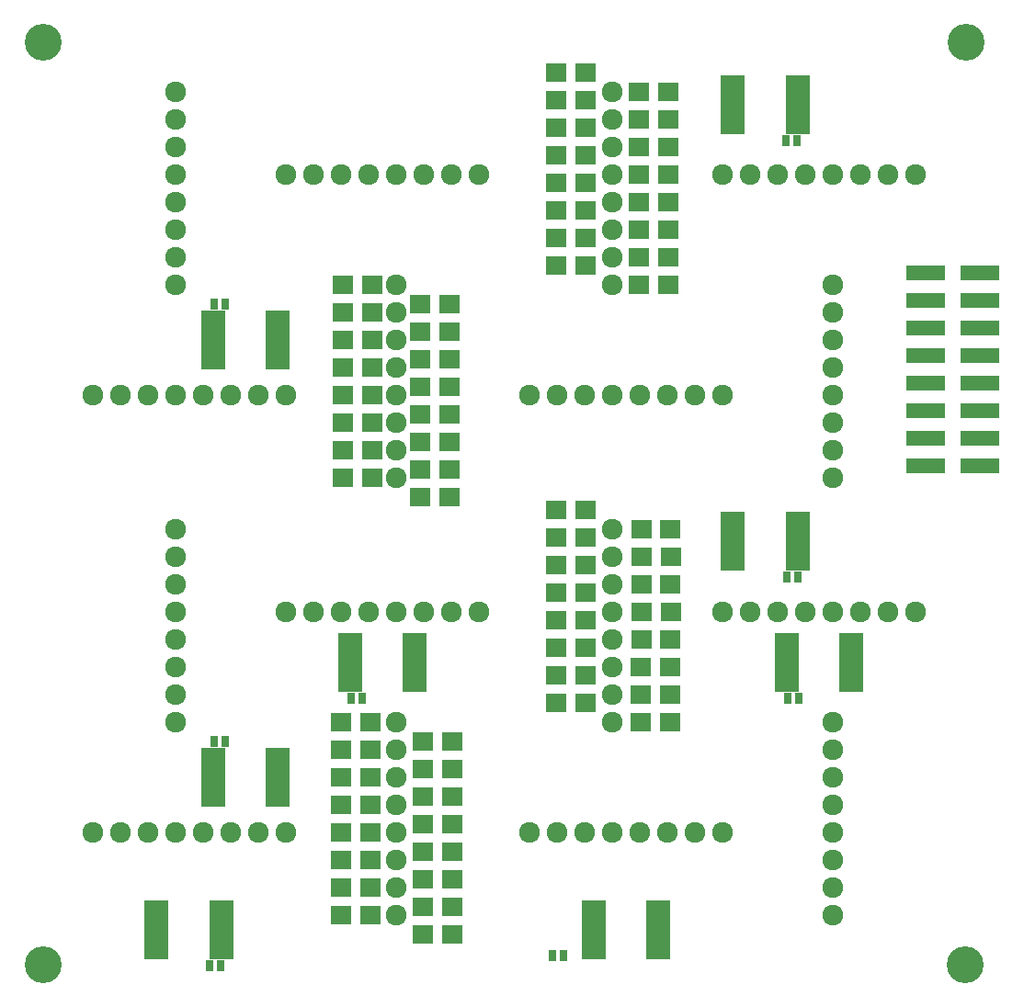
<source format=gbr>
G04 #@! TF.GenerationSoftware,KiCad,Pcbnew,(5.0.0)*
G04 #@! TF.CreationDate,2018-10-21T16:46:55+02:00*
G04 #@! TF.ProjectId,DispalyBoard,44697370616C79426F6172642E6B6963,0.2.1*
G04 #@! TF.SameCoordinates,Original*
G04 #@! TF.FileFunction,Soldermask,Bot*
G04 #@! TF.FilePolarity,Negative*
%FSLAX46Y46*%
G04 Gerber Fmt 4.6, Leading zero omitted, Abs format (unit mm)*
G04 Created by KiCad (PCBNEW (5.0.0)) date 10/21/18 16:46:55*
%MOMM*%
%LPD*%
G01*
G04 APERTURE LIST*
%ADD10C,1.924000*%
%ADD11R,2.178000X0.819100*%
%ADD12R,3.550000X1.400000*%
%ADD13R,0.798780X0.999440*%
%ADD14R,1.900000X1.700000*%
%ADD15C,3.400000*%
G04 APERTURE END LIST*
D10*
G04 #@! TO.C,DS4*
X168529000Y-127635000D03*
X165989000Y-127635000D03*
X158369000Y-127635000D03*
X160909000Y-127635000D03*
X163449000Y-127635000D03*
X155829000Y-127635000D03*
X153289000Y-127635000D03*
X150749000Y-127635000D03*
X178689000Y-132715000D03*
X178689000Y-130175000D03*
X178689000Y-135255000D03*
X178689000Y-125095000D03*
X178689000Y-122555000D03*
X178689000Y-120015000D03*
X178689000Y-117475000D03*
X186309000Y-107315000D03*
X183769000Y-107315000D03*
X181229000Y-107315000D03*
X178689000Y-107315000D03*
X176149000Y-107315000D03*
X173609000Y-107315000D03*
X171069000Y-107315000D03*
X168529000Y-107315000D03*
X158369000Y-99695000D03*
X158369000Y-102235000D03*
X158369000Y-104775000D03*
X158369000Y-107315000D03*
X158369000Y-109855000D03*
X158369000Y-112395000D03*
X158369000Y-114935000D03*
X158369000Y-117475000D03*
X178689000Y-127635000D03*
G04 #@! TD*
G04 #@! TO.C,DS1*
X128270000Y-87376000D03*
X125730000Y-87376000D03*
X118110000Y-87376000D03*
X120650000Y-87376000D03*
X123190000Y-87376000D03*
X115570000Y-87376000D03*
X113030000Y-87376000D03*
X110490000Y-87376000D03*
X138430000Y-92456000D03*
X138430000Y-89916000D03*
X138430000Y-94996000D03*
X138430000Y-84836000D03*
X138430000Y-82296000D03*
X138430000Y-79756000D03*
X138430000Y-77216000D03*
X146050000Y-67056000D03*
X143510000Y-67056000D03*
X140970000Y-67056000D03*
X138430000Y-67056000D03*
X135890000Y-67056000D03*
X133350000Y-67056000D03*
X130810000Y-67056000D03*
X128270000Y-67056000D03*
X118110000Y-59436000D03*
X118110000Y-61976000D03*
X118110000Y-64516000D03*
X118110000Y-67056000D03*
X118110000Y-69596000D03*
X118110000Y-72136000D03*
X118110000Y-74676000D03*
X118110000Y-77216000D03*
X138430000Y-87376000D03*
G04 #@! TD*
G04 #@! TO.C,DS3*
X168529000Y-87376000D03*
X165989000Y-87376000D03*
X158369000Y-87376000D03*
X160909000Y-87376000D03*
X163449000Y-87376000D03*
X155829000Y-87376000D03*
X153289000Y-87376000D03*
X150749000Y-87376000D03*
X178689000Y-92456000D03*
X178689000Y-89916000D03*
X178689000Y-94996000D03*
X178689000Y-84836000D03*
X178689000Y-82296000D03*
X178689000Y-79756000D03*
X178689000Y-77216000D03*
X186309000Y-67056000D03*
X183769000Y-67056000D03*
X181229000Y-67056000D03*
X178689000Y-67056000D03*
X176149000Y-67056000D03*
X173609000Y-67056000D03*
X171069000Y-67056000D03*
X168529000Y-67056000D03*
X158369000Y-59436000D03*
X158369000Y-61976000D03*
X158369000Y-64516000D03*
X158369000Y-67056000D03*
X158369000Y-69596000D03*
X158369000Y-72136000D03*
X158369000Y-74676000D03*
X158369000Y-77216000D03*
X178689000Y-87376000D03*
G04 #@! TD*
G04 #@! TO.C,DS2*
X128270000Y-127635000D03*
X125730000Y-127635000D03*
X118110000Y-127635000D03*
X120650000Y-127635000D03*
X123190000Y-127635000D03*
X115570000Y-127635000D03*
X113030000Y-127635000D03*
X110490000Y-127635000D03*
X138430000Y-132715000D03*
X138430000Y-130175000D03*
X138430000Y-135255000D03*
X138430000Y-125095000D03*
X138430000Y-122555000D03*
X138430000Y-120015000D03*
X138430000Y-117475000D03*
X146050000Y-107315000D03*
X143510000Y-107315000D03*
X140970000Y-107315000D03*
X138430000Y-107315000D03*
X135890000Y-107315000D03*
X133350000Y-107315000D03*
X130810000Y-107315000D03*
X128270000Y-107315000D03*
X118110000Y-99695000D03*
X118110000Y-102235000D03*
X118110000Y-104775000D03*
X118110000Y-107315000D03*
X118110000Y-109855000D03*
X118110000Y-112395000D03*
X118110000Y-114935000D03*
X118110000Y-117475000D03*
X138430000Y-127635000D03*
G04 #@! TD*
D11*
G04 #@! TO.C,U8*
X175440340Y-62852300D03*
X175440340Y-62202060D03*
X175440340Y-61551820D03*
X175440340Y-60901580D03*
X175440340Y-60256420D03*
X175440340Y-59606180D03*
X175440340Y-58955940D03*
X175440340Y-58305700D03*
X169491660Y-58305700D03*
X169491660Y-58955940D03*
X169491660Y-59606180D03*
X169491660Y-60256420D03*
X169491660Y-60901580D03*
X169491660Y-61551820D03*
X169491660Y-62202060D03*
X169491660Y-62852300D03*
G04 #@! TD*
G04 #@! TO.C,U7*
X121612660Y-80022700D03*
X121612660Y-80672940D03*
X121612660Y-81323180D03*
X121612660Y-81973420D03*
X121612660Y-82618580D03*
X121612660Y-83268820D03*
X121612660Y-83919060D03*
X121612660Y-84569300D03*
X127561340Y-84569300D03*
X127561340Y-83919060D03*
X127561340Y-83268820D03*
X127561340Y-82618580D03*
X127561340Y-81973420D03*
X127561340Y-81323180D03*
X127561340Y-80672940D03*
X127561340Y-80022700D03*
G04 #@! TD*
G04 #@! TO.C,U6*
X121612660Y-120281700D03*
X121612660Y-120931940D03*
X121612660Y-121582180D03*
X121612660Y-122232420D03*
X121612660Y-122877580D03*
X121612660Y-123527820D03*
X121612660Y-124178060D03*
X121612660Y-124828300D03*
X127561340Y-124828300D03*
X127561340Y-124178060D03*
X127561340Y-123527820D03*
X127561340Y-122877580D03*
X127561340Y-122232420D03*
X127561340Y-121582180D03*
X127561340Y-120931940D03*
X127561340Y-120281700D03*
G04 #@! TD*
G04 #@! TO.C,U5*
X175440340Y-103111300D03*
X175440340Y-102461060D03*
X175440340Y-101810820D03*
X175440340Y-101160580D03*
X175440340Y-100515420D03*
X175440340Y-99865180D03*
X175440340Y-99214940D03*
X175440340Y-98564700D03*
X169491660Y-98564700D03*
X169491660Y-99214940D03*
X169491660Y-99865180D03*
X169491660Y-100515420D03*
X169491660Y-101160580D03*
X169491660Y-101810820D03*
X169491660Y-102461060D03*
X169491660Y-103111300D03*
G04 #@! TD*
G04 #@! TO.C,U4*
X180393340Y-114287300D03*
X180393340Y-113637060D03*
X180393340Y-112986820D03*
X180393340Y-112336580D03*
X180393340Y-111691420D03*
X180393340Y-111041180D03*
X180393340Y-110390940D03*
X180393340Y-109740700D03*
X174444660Y-109740700D03*
X174444660Y-110390940D03*
X174444660Y-111041180D03*
X174444660Y-111691420D03*
X174444660Y-112336580D03*
X174444660Y-112986820D03*
X174444660Y-113637060D03*
X174444660Y-114287300D03*
G04 #@! TD*
G04 #@! TO.C,U3*
X162613340Y-138925300D03*
X162613340Y-138275060D03*
X162613340Y-137624820D03*
X162613340Y-136974580D03*
X162613340Y-136329420D03*
X162613340Y-135679180D03*
X162613340Y-135028940D03*
X162613340Y-134378700D03*
X156664660Y-134378700D03*
X156664660Y-135028940D03*
X156664660Y-135679180D03*
X156664660Y-136329420D03*
X156664660Y-136974580D03*
X156664660Y-137624820D03*
X156664660Y-138275060D03*
X156664660Y-138925300D03*
G04 #@! TD*
G04 #@! TO.C,U2*
X140197840Y-114287300D03*
X140197840Y-113637060D03*
X140197840Y-112986820D03*
X140197840Y-112336580D03*
X140197840Y-111691420D03*
X140197840Y-111041180D03*
X140197840Y-110390940D03*
X140197840Y-109740700D03*
X134249160Y-109740700D03*
X134249160Y-110390940D03*
X134249160Y-111041180D03*
X134249160Y-111691420D03*
X134249160Y-112336580D03*
X134249160Y-112986820D03*
X134249160Y-113637060D03*
X134249160Y-114287300D03*
G04 #@! TD*
G04 #@! TO.C,U1*
X122354340Y-138925300D03*
X122354340Y-138275060D03*
X122354340Y-137624820D03*
X122354340Y-136974580D03*
X122354340Y-136329420D03*
X122354340Y-135679180D03*
X122354340Y-135028940D03*
X122354340Y-134378700D03*
X116405660Y-134378700D03*
X116405660Y-135028940D03*
X116405660Y-135679180D03*
X116405660Y-136329420D03*
X116405660Y-136974580D03*
X116405660Y-137624820D03*
X116405660Y-138275060D03*
X116405660Y-138925300D03*
G04 #@! TD*
D12*
G04 #@! TO.C,P1*
X192263000Y-76123800D03*
X187213000Y-76123800D03*
X192263000Y-78663800D03*
X187213000Y-78663800D03*
X192263000Y-81203800D03*
X187213000Y-81203800D03*
X192263000Y-83743800D03*
X187213000Y-83743800D03*
X192263000Y-86283800D03*
X187213000Y-86283800D03*
X192263000Y-88823800D03*
X187213000Y-88823800D03*
X192263000Y-91363800D03*
X187213000Y-91363800D03*
X192263000Y-93903800D03*
X187213000Y-93903800D03*
G04 #@! TD*
D13*
G04 #@! TO.C,C8*
X175379380Y-63881000D03*
X174378620Y-63881000D03*
G04 #@! TD*
G04 #@! TO.C,C7*
X174505620Y-115316000D03*
X175506380Y-115316000D03*
G04 #@! TD*
G04 #@! TO.C,C6*
X121673620Y-78994000D03*
X122674380Y-78994000D03*
G04 #@! TD*
G04 #@! TO.C,C5*
X175442880Y-104140000D03*
X174442120Y-104140000D03*
G04 #@! TD*
G04 #@! TO.C,C3*
X152872440Y-139014200D03*
X153873200Y-139014200D03*
G04 #@! TD*
G04 #@! TO.C,C2*
X134310120Y-115316000D03*
X135310880Y-115316000D03*
G04 #@! TD*
G04 #@! TO.C,C1*
X122293380Y-139954000D03*
X121292620Y-139954000D03*
G04 #@! TD*
G04 #@! TO.C,C4*
X121673620Y-119253000D03*
X122674380Y-119253000D03*
G04 #@! TD*
D14*
G04 #@! TO.C,R65*
X136093200Y-132689600D03*
X133393200Y-132689600D03*
G04 #@! TD*
G04 #@! TO.C,R79*
X136220200Y-87376000D03*
X133520200Y-87376000D03*
G04 #@! TD*
G04 #@! TO.C,R45*
X161036000Y-104775000D03*
X163736000Y-104775000D03*
G04 #@! TD*
G04 #@! TO.C,R47*
X161036000Y-109855000D03*
X163736000Y-109855000D03*
G04 #@! TD*
G04 #@! TO.C,R98*
X160799800Y-77190600D03*
X163499800Y-77190600D03*
G04 #@! TD*
G04 #@! TO.C,R97*
X160825200Y-74650600D03*
X163525200Y-74650600D03*
G04 #@! TD*
G04 #@! TO.C,R96*
X160825200Y-72085200D03*
X163525200Y-72085200D03*
G04 #@! TD*
G04 #@! TO.C,R95*
X160825200Y-69596000D03*
X163525200Y-69596000D03*
G04 #@! TD*
G04 #@! TO.C,R94*
X160825200Y-67030600D03*
X163525200Y-67030600D03*
G04 #@! TD*
G04 #@! TO.C,R93*
X160825200Y-64516000D03*
X163525200Y-64516000D03*
G04 #@! TD*
G04 #@! TO.C,R92*
X160825200Y-61976000D03*
X163525200Y-61976000D03*
G04 #@! TD*
G04 #@! TO.C,R91*
X160825200Y-59410600D03*
X163525200Y-59410600D03*
G04 #@! TD*
G04 #@! TO.C,R90*
X153209000Y-75438000D03*
X155909000Y-75438000D03*
G04 #@! TD*
G04 #@! TO.C,R89*
X153209000Y-72898000D03*
X155909000Y-72898000D03*
G04 #@! TD*
G04 #@! TO.C,R88*
X153209000Y-70358000D03*
X155909000Y-70358000D03*
G04 #@! TD*
G04 #@! TO.C,R86*
X153209000Y-65278000D03*
X155909000Y-65278000D03*
G04 #@! TD*
G04 #@! TO.C,R85*
X153209000Y-62738000D03*
X155909000Y-62738000D03*
G04 #@! TD*
G04 #@! TO.C,R84*
X153209000Y-60198000D03*
X155909000Y-60198000D03*
G04 #@! TD*
G04 #@! TO.C,R83*
X153209000Y-57658000D03*
X155909000Y-57658000D03*
G04 #@! TD*
G04 #@! TO.C,R82*
X136224000Y-94970600D03*
X133524000Y-94970600D03*
G04 #@! TD*
G04 #@! TO.C,R81*
X136220200Y-92456000D03*
X133520200Y-92456000D03*
G04 #@! TD*
G04 #@! TO.C,R80*
X136224000Y-89916000D03*
X133524000Y-89916000D03*
G04 #@! TD*
G04 #@! TO.C,R78*
X136227800Y-84836000D03*
X133527800Y-84836000D03*
G04 #@! TD*
G04 #@! TO.C,R77*
X136220200Y-82296000D03*
X133520200Y-82296000D03*
G04 #@! TD*
G04 #@! TO.C,R76*
X136227800Y-79756000D03*
X133527800Y-79756000D03*
G04 #@! TD*
G04 #@! TO.C,R75*
X136227800Y-77216000D03*
X133527800Y-77216000D03*
G04 #@! TD*
G04 #@! TO.C,R74*
X143336000Y-96774000D03*
X140636000Y-96774000D03*
G04 #@! TD*
G04 #@! TO.C,R73*
X143336000Y-94234000D03*
X140636000Y-94234000D03*
G04 #@! TD*
G04 #@! TO.C,R72*
X143336000Y-91694000D03*
X140636000Y-91694000D03*
G04 #@! TD*
G04 #@! TO.C,R71*
X143336000Y-89154000D03*
X140636000Y-89154000D03*
G04 #@! TD*
G04 #@! TO.C,R70*
X143336000Y-86614000D03*
X140636000Y-86614000D03*
G04 #@! TD*
G04 #@! TO.C,R69*
X143336000Y-84074000D03*
X140636000Y-84074000D03*
G04 #@! TD*
G04 #@! TO.C,R68*
X143336000Y-81534000D03*
X140636000Y-81534000D03*
G04 #@! TD*
G04 #@! TO.C,R67*
X143336000Y-78994000D03*
X140636000Y-78994000D03*
G04 #@! TD*
G04 #@! TO.C,R66*
X136097000Y-135255000D03*
X133397000Y-135255000D03*
G04 #@! TD*
G04 #@! TO.C,R64*
X136097000Y-130175000D03*
X133397000Y-130175000D03*
G04 #@! TD*
G04 #@! TO.C,R63*
X136093200Y-127635000D03*
X133393200Y-127635000D03*
G04 #@! TD*
G04 #@! TO.C,R62*
X136097000Y-125095000D03*
X133397000Y-125095000D03*
G04 #@! TD*
G04 #@! TO.C,R61*
X136093200Y-122555000D03*
X133393200Y-122555000D03*
G04 #@! TD*
G04 #@! TO.C,R60*
X136097000Y-120015000D03*
X133397000Y-120015000D03*
G04 #@! TD*
G04 #@! TO.C,R59*
X136093200Y-117475000D03*
X133393200Y-117475000D03*
G04 #@! TD*
G04 #@! TO.C,R58*
X143590000Y-137033000D03*
X140890000Y-137033000D03*
G04 #@! TD*
G04 #@! TO.C,R57*
X143590000Y-134493000D03*
X140890000Y-134493000D03*
G04 #@! TD*
G04 #@! TO.C,R56*
X143590000Y-131953000D03*
X140890000Y-131953000D03*
G04 #@! TD*
G04 #@! TO.C,R55*
X143590000Y-129413000D03*
X140890000Y-129413000D03*
G04 #@! TD*
G04 #@! TO.C,R54*
X143590000Y-126873000D03*
X140890000Y-126873000D03*
G04 #@! TD*
G04 #@! TO.C,R53*
X143590000Y-124333000D03*
X140890000Y-124333000D03*
G04 #@! TD*
G04 #@! TO.C,R52*
X143590000Y-121793000D03*
X140890000Y-121793000D03*
G04 #@! TD*
G04 #@! TO.C,R51*
X143590000Y-119253000D03*
X140890000Y-119253000D03*
G04 #@! TD*
G04 #@! TO.C,R50*
X161003000Y-117475000D03*
X163703000Y-117475000D03*
G04 #@! TD*
G04 #@! TO.C,R49*
X160985200Y-114935000D03*
X163685200Y-114935000D03*
G04 #@! TD*
G04 #@! TO.C,R48*
X161003000Y-112395000D03*
X163703000Y-112395000D03*
G04 #@! TD*
G04 #@! TO.C,R46*
X161083000Y-107315000D03*
X163783000Y-107315000D03*
G04 #@! TD*
G04 #@! TO.C,R44*
X161083000Y-102235000D03*
X163783000Y-102235000D03*
G04 #@! TD*
G04 #@! TO.C,R43*
X161036000Y-99695000D03*
X163736000Y-99695000D03*
G04 #@! TD*
G04 #@! TO.C,R42*
X153209000Y-115697000D03*
X155909000Y-115697000D03*
G04 #@! TD*
G04 #@! TO.C,R41*
X153209000Y-113157000D03*
X155909000Y-113157000D03*
G04 #@! TD*
G04 #@! TO.C,R40*
X153209000Y-110617000D03*
X155909000Y-110617000D03*
G04 #@! TD*
G04 #@! TO.C,R39*
X153209000Y-108077000D03*
X155909000Y-108077000D03*
G04 #@! TD*
G04 #@! TO.C,R38*
X153209000Y-105537000D03*
X155909000Y-105537000D03*
G04 #@! TD*
G04 #@! TO.C,R37*
X153209000Y-102997000D03*
X155909000Y-102997000D03*
G04 #@! TD*
G04 #@! TO.C,R36*
X153209000Y-100457000D03*
X155909000Y-100457000D03*
G04 #@! TD*
G04 #@! TO.C,R35*
X153209000Y-97917000D03*
X155909000Y-97917000D03*
G04 #@! TD*
G04 #@! TO.C,R87*
X153209000Y-67818000D03*
X155909000Y-67818000D03*
G04 #@! TD*
D15*
G04 #@! TO.C,REF\002A\002A*
X190944500Y-54864000D03*
G04 #@! TD*
G04 #@! TO.C,REF\002A\002A*
X105918000Y-54864000D03*
G04 #@! TD*
G04 #@! TO.C,REF\002A\002A*
X105918000Y-139827000D03*
G04 #@! TD*
G04 #@! TO.C,REF\002A\002A*
X190881000Y-139827000D03*
G04 #@! TD*
M02*

</source>
